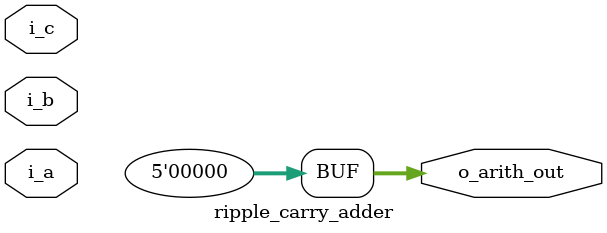
<source format=sv>
module ripple_carry_adder#(
    parameter   DATA_WD=4
)(
    input   logic   [DATA_WD-1:0]   i_a,
    input   logic   [DATA_WD-1:0]   i_b,
    input   logic                   i_c,
    output  logic   [DATA_WD:0]     o_arith_out
);


    assign o_arith_out = 'b0;


endmodule
    

</source>
